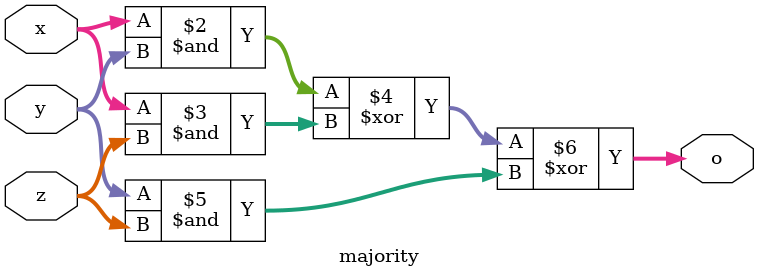
<source format=sv>
module majority
(
    input  logic [31:0] x,
    input  logic [31:0] y,
    input  logic [31:0] z,
    output logic [31:0] o
);

always_comb begin
    o = (x & y) ^ (x & z) ^ (y & z);
end

endmodule

</source>
